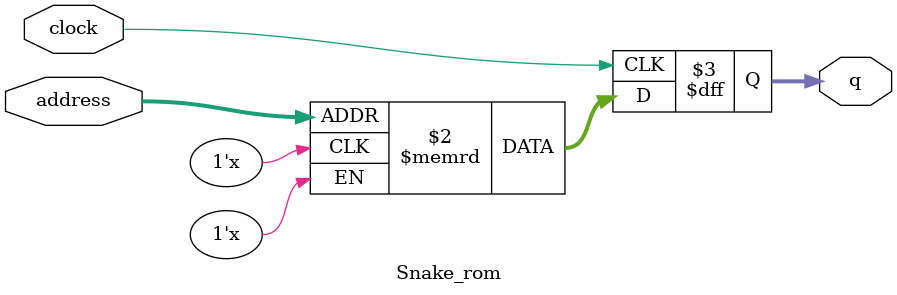
<source format=sv>
module Snake_rom (
	input logic clock,
	input logic [7:0] address,
	output logic [3:0] q
);

logic [3:0] memory [0:255] /* synthesis ram_init_file = "./Snake/Snake.mif" */;

always_ff @ (posedge clock) begin
	q <= memory[address];
end

endmodule

</source>
